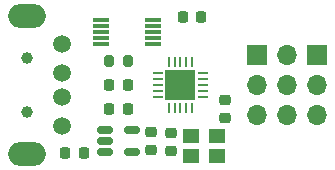
<source format=gbr>
%TF.GenerationSoftware,KiCad,Pcbnew,(6.0.5)*%
%TF.CreationDate,2022-06-17T17:21:07-07:00*%
%TF.ProjectId,picstick,70696373-7469-4636-9b2e-6b696361645f,1.0*%
%TF.SameCoordinates,Original*%
%TF.FileFunction,Soldermask,Top*%
%TF.FilePolarity,Negative*%
%FSLAX46Y46*%
G04 Gerber Fmt 4.6, Leading zero omitted, Abs format (unit mm)*
G04 Created by KiCad (PCBNEW (6.0.5)) date 2022-06-17 17:21:07*
%MOMM*%
%LPD*%
G01*
G04 APERTURE LIST*
G04 Aperture macros list*
%AMRoundRect*
0 Rectangle with rounded corners*
0 $1 Rounding radius*
0 $2 $3 $4 $5 $6 $7 $8 $9 X,Y pos of 4 corners*
0 Add a 4 corners polygon primitive as box body*
4,1,4,$2,$3,$4,$5,$6,$7,$8,$9,$2,$3,0*
0 Add four circle primitives for the rounded corners*
1,1,$1+$1,$2,$3*
1,1,$1+$1,$4,$5*
1,1,$1+$1,$6,$7*
1,1,$1+$1,$8,$9*
0 Add four rect primitives between the rounded corners*
20,1,$1+$1,$2,$3,$4,$5,0*
20,1,$1+$1,$4,$5,$6,$7,0*
20,1,$1+$1,$6,$7,$8,$9,0*
20,1,$1+$1,$8,$9,$2,$3,0*%
G04 Aperture macros list end*
%ADD10R,1.400000X1.200000*%
%ADD11RoundRect,0.225000X0.225000X0.250000X-0.225000X0.250000X-0.225000X-0.250000X0.225000X-0.250000X0*%
%ADD12RoundRect,0.225000X-0.225000X-0.250000X0.225000X-0.250000X0.225000X0.250000X-0.225000X0.250000X0*%
%ADD13RoundRect,0.200000X0.200000X0.275000X-0.200000X0.275000X-0.200000X-0.275000X0.200000X-0.275000X0*%
%ADD14RoundRect,0.062500X-0.062500X0.362500X-0.062500X-0.362500X0.062500X-0.362500X0.062500X0.362500X0*%
%ADD15RoundRect,0.062500X-0.362500X0.062500X-0.362500X-0.062500X0.362500X-0.062500X0.362500X0.062500X0*%
%ADD16R,2.600000X2.600000*%
%ADD17RoundRect,0.150000X-0.512500X-0.150000X0.512500X-0.150000X0.512500X0.150000X-0.512500X0.150000X0*%
%ADD18RoundRect,0.218750X-0.218750X-0.256250X0.218750X-0.256250X0.218750X0.256250X-0.218750X0.256250X0*%
%ADD19C,1.000000*%
%ADD20C,1.500000*%
%ADD21O,3.200000X2.000000*%
%ADD22RoundRect,0.225000X0.250000X-0.225000X0.250000X0.225000X-0.250000X0.225000X-0.250000X-0.225000X0*%
%ADD23RoundRect,0.225000X-0.250000X0.225000X-0.250000X-0.225000X0.250000X-0.225000X0.250000X0.225000X0*%
%ADD24R,1.700000X1.700000*%
%ADD25O,1.700000X1.700000*%
%ADD26R,1.400000X0.300000*%
G04 APERTURE END LIST*
D10*
%TO.C,Y1*%
X116100000Y-84350000D03*
X113900000Y-84350000D03*
X113900000Y-86050000D03*
X116100000Y-86050000D03*
%TD*%
D11*
%TO.C,C1*%
X104800000Y-85750000D03*
X103250000Y-85750000D03*
%TD*%
D12*
%TO.C,C3*%
X113225000Y-74250000D03*
X114775000Y-74250000D03*
%TD*%
D13*
%TO.C,R1*%
X108575000Y-78000000D03*
X106925000Y-78000000D03*
%TD*%
D11*
%TO.C,C4*%
X108525000Y-82000000D03*
X106975000Y-82000000D03*
%TD*%
D14*
%TO.C,U2*%
X114000000Y-78075000D03*
X113500000Y-78075000D03*
X113000000Y-78075000D03*
X112500000Y-78075000D03*
X112000000Y-78075000D03*
D15*
X111075000Y-79000000D03*
X111075000Y-79500000D03*
X111075000Y-80000000D03*
X111075000Y-80500000D03*
X111075000Y-81000000D03*
D14*
X112000000Y-81925000D03*
X112500000Y-81925000D03*
X113000000Y-81925000D03*
X113500000Y-81925000D03*
X114000000Y-81925000D03*
D15*
X114925000Y-81000000D03*
X114925000Y-80500000D03*
X114925000Y-80000000D03*
X114925000Y-79500000D03*
X114925000Y-79000000D03*
D16*
X113000000Y-80000000D03*
%TD*%
D17*
%TO.C,U3*%
X106612500Y-83800000D03*
X106612500Y-84750000D03*
X106612500Y-85700000D03*
X108887500Y-85700000D03*
X108887500Y-83800000D03*
%TD*%
D18*
%TO.C,D1*%
X106962500Y-80000000D03*
X108537500Y-80000000D03*
%TD*%
D19*
%TO.C,J1*%
X100000000Y-82250000D03*
X100000000Y-77750000D03*
D20*
X103000000Y-83500000D03*
X103000000Y-81000000D03*
X103000000Y-79000000D03*
X103000000Y-76500000D03*
D21*
X100000000Y-85850000D03*
X100000000Y-74150000D03*
%TD*%
D22*
%TO.C,C6*%
X116800000Y-82775000D03*
X116800000Y-81225000D03*
%TD*%
D23*
%TO.C,C2*%
X110500000Y-83975000D03*
X110500000Y-85525000D03*
%TD*%
D22*
%TO.C,C5*%
X112200000Y-85575000D03*
X112200000Y-84025000D03*
%TD*%
D24*
%TO.C,J2*%
X119500000Y-77460000D03*
D25*
X122040000Y-77460000D03*
X119500000Y-80000000D03*
X122040000Y-80000000D03*
X119500000Y-82540000D03*
X122040000Y-82540000D03*
%TD*%
D26*
%TO.C,U1*%
X106300000Y-74500000D03*
X106300000Y-75000000D03*
X106300000Y-75500000D03*
X106300000Y-76000000D03*
X106300000Y-76500000D03*
X110700000Y-76500000D03*
X110700000Y-76000000D03*
X110700000Y-75500000D03*
X110700000Y-75000000D03*
X110700000Y-74500000D03*
%TD*%
D24*
%TO.C,J3*%
X124580000Y-77460000D03*
D25*
X124580000Y-80000000D03*
X124580000Y-82540000D03*
%TD*%
M02*

</source>
